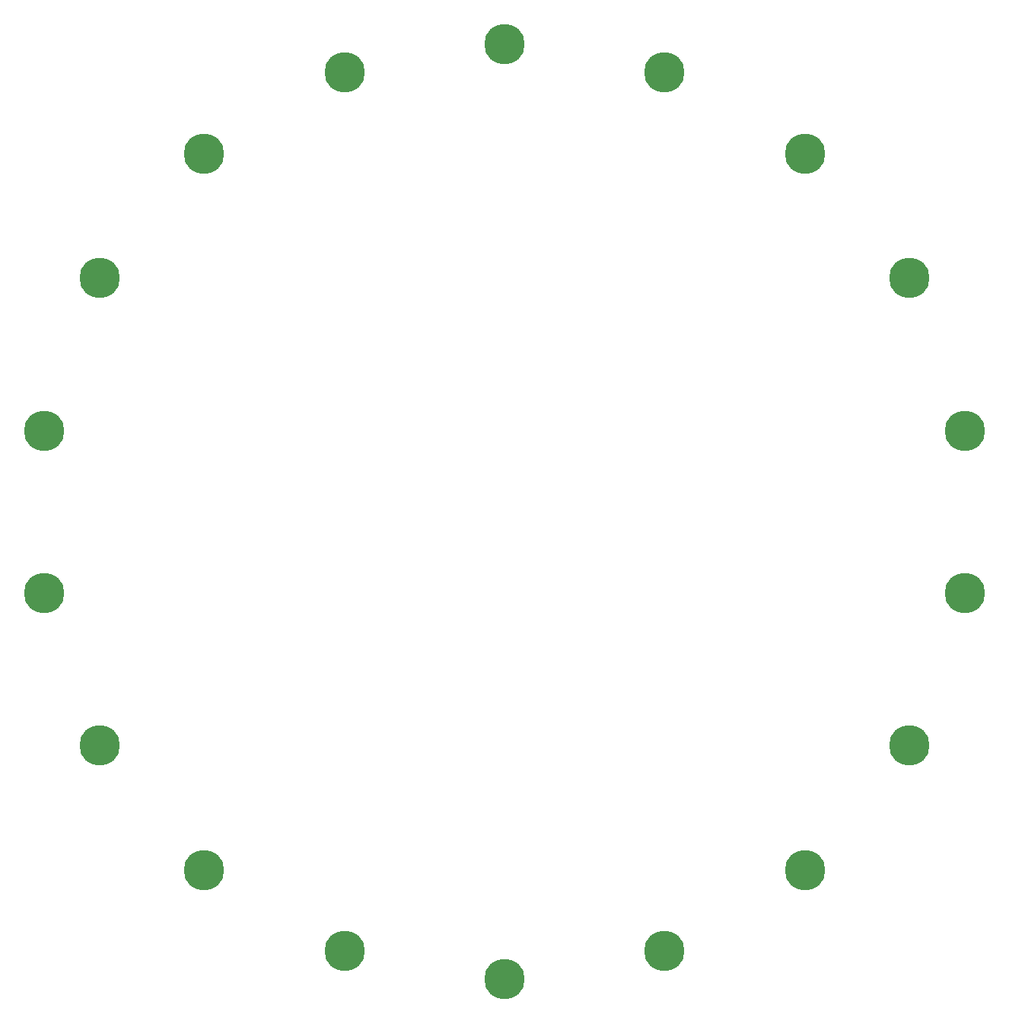
<source format=gbr>
G04 Layer_Color=0*
%FSLAX26Y26*%
%MOIN*%
%TF.FileFunction,NonPlated,1,4,NPTH,Drill*%
%TF.Part,Single*%
G01*
G75*
%TA.AperFunction,OtherDrill,Pad Free-0 (-1315.944mil,1568.268mil)*%
%ADD37C,0.177165*%
%TA.AperFunction,OtherDrill,Pad Free-0 (-700.198mil,1923.78mil)*%
%ADD38C,0.177165*%
%TA.AperFunction,OtherDrill,Pad Free-0 (0mil,2047.244mil)*%
%ADD39C,0.177165*%
%TA.AperFunction,OtherDrill,Pad Free-0 (700.198mil,1923.78mil)*%
%ADD40C,0.177165*%
%TA.AperFunction,OtherDrill,Pad Free-0 (1315.944mil,1568.28mil)*%
%ADD41C,0.177165*%
%TA.AperFunction,OtherDrill,Pad Free-0 (1772.966mil,1023.622mil)*%
%ADD42C,0.177165*%
%TA.AperFunction,OtherDrill,Pad Free-0 (2016.142mil,355.5mil)*%
%ADD43C,0.177165*%
%TA.AperFunction,OtherDrill,Pad Free-0 (2016.142mil,-355.5mil)*%
%ADD44C,0.177165*%
%TA.AperFunction,OtherDrill,Pad Free-0 (1772.966mil,-1023.622mil)*%
%ADD45C,0.177165*%
%TA.AperFunction,OtherDrill,Pad Free-0 (1315.944mil,-1568.28mil)*%
%ADD46C,0.177165*%
%TA.AperFunction,OtherDrill,Pad Free-0 (700.198mil,-1923.78mil)*%
%ADD47C,0.177165*%
%TA.AperFunction,OtherDrill,Pad Free-0 (0mil,-2047.244mil)*%
%ADD48C,0.177165*%
%TA.AperFunction,OtherDrill,Pad Free-0 (-700.198mil,-1923.78mil)*%
%ADD49C,0.177165*%
%TA.AperFunction,OtherDrill,Pad Free-0 (-1315.944mil,-1568.28mil)*%
%ADD50C,0.177165*%
%TA.AperFunction,OtherDrill,Pad Free-0 (-1772.966mil,-1023.622mil)*%
%ADD51C,0.177165*%
%TA.AperFunction,OtherDrill,Pad Free-0 (-2016.142mil,-355.5mil)*%
%ADD52C,0.177165*%
%TA.AperFunction,OtherDrill,Pad Free-0 (-2016.142mil,355.5mil)*%
%ADD53C,0.177165*%
%TA.AperFunction,OtherDrill,Pad Free-0 (-1772.966mil,1023.622mil)*%
%ADD54C,0.177165*%
D37*
X-1315944Y1568268D02*
D03*
D38*
X-700198Y1923780D02*
D03*
D39*
X0Y2047244D02*
D03*
D40*
X700198Y1923780D02*
D03*
D41*
X1315944Y1568280D02*
D03*
D42*
X1772966Y1023622D02*
D03*
D43*
X2016142Y355500D02*
D03*
D44*
Y-355500D02*
D03*
D45*
X1772966Y-1023622D02*
D03*
D46*
X1315944Y-1568280D02*
D03*
D47*
X700198Y-1923780D02*
D03*
D48*
X0Y-2047244D02*
D03*
D49*
X-700198Y-1923780D02*
D03*
D50*
X-1315944Y-1568280D02*
D03*
D51*
X-1772966Y-1023622D02*
D03*
D52*
X-2016142Y-355500D02*
D03*
D53*
Y355500D02*
D03*
D54*
X-1772966Y1023622D02*
D03*
%TF.MD5,294ecc627d154a1b95bcb94c4ae38d8b*%
M02*

</source>
